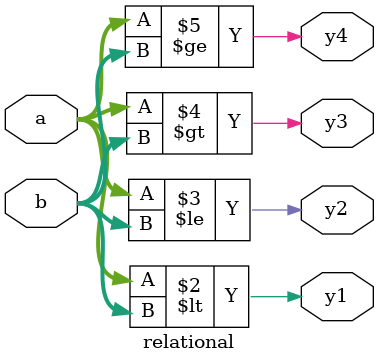
<source format=v>
module relational (a,b,y1,y2,y3,y4);
  input [2:0]a,b;
  output reg y1,y2,y3,y4;
  always @(a or b) begin
    y1= a<b;
    y2= a<=b;
    y3= a>b;
    y4= a>=b;
  end
endmodule

</source>
